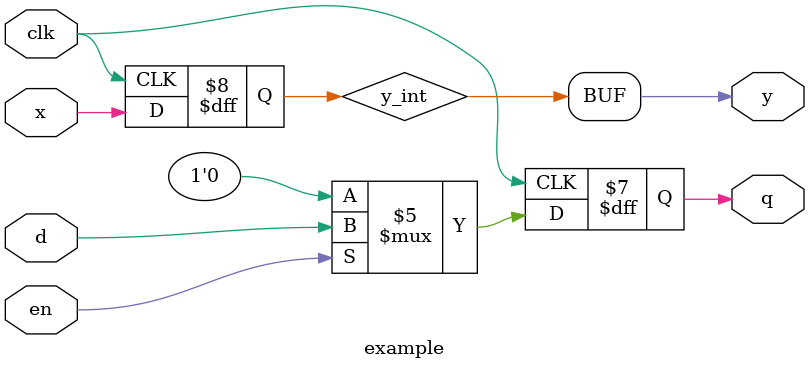
<source format=sv>
module example #()
   (
    input  clk,
    input  en,
    input  d,
    output logic q,
    input  x,
    output y
   );
   
   logic   y_int;
   
   always_ff @(posedge clk)
   begin
      y_int <= x;
   end
   
   assign y = y_int;

   always_comb
   begin
      
   end

/*
   always_ff @(posedge clk)
   begin
      if (en)
      begin
         q <= d;
      end
   end
*/

   always_ff @(posedge clk)
     if (en) q <= d;
     else
     begin
        q <= 1'b0;
     end

endmodule
  
  


</source>
